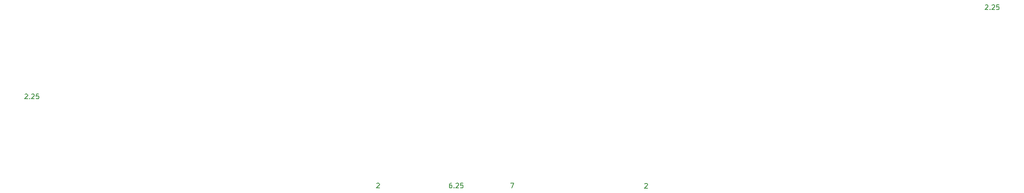
<source format=gbr>
%TF.GenerationSoftware,KiCad,Pcbnew,8.0.5-dirty*%
%TF.CreationDate,2024-10-05T08:47:05+05:30*%
%TF.ProjectId,kalam,6b616c61-6d2e-46b6-9963-61645f706362,rev?*%
%TF.SameCoordinates,Original*%
%TF.FileFunction,Other,Comment*%
%FSLAX46Y46*%
G04 Gerber Fmt 4.6, Leading zero omitted, Abs format (unit mm)*
G04 Created by KiCad (PCBNEW 8.0.5-dirty) date 2024-10-05 08:47:05*
%MOMM*%
%LPD*%
G01*
G04 APERTURE LIST*
%ADD10C,0.150000*%
G04 APERTURE END LIST*
D10*
X32754260Y-51846235D02*
X32801879Y-51798616D01*
X32801879Y-51798616D02*
X32897117Y-51750997D01*
X32897117Y-51750997D02*
X33135212Y-51750997D01*
X33135212Y-51750997D02*
X33230450Y-51798616D01*
X33230450Y-51798616D02*
X33278069Y-51846235D01*
X33278069Y-51846235D02*
X33325688Y-51941473D01*
X33325688Y-51941473D02*
X33325688Y-52036711D01*
X33325688Y-52036711D02*
X33278069Y-52179568D01*
X33278069Y-52179568D02*
X32706641Y-52750997D01*
X32706641Y-52750997D02*
X33325688Y-52750997D01*
X33754260Y-52655758D02*
X33801879Y-52703378D01*
X33801879Y-52703378D02*
X33754260Y-52750997D01*
X33754260Y-52750997D02*
X33706641Y-52703378D01*
X33706641Y-52703378D02*
X33754260Y-52655758D01*
X33754260Y-52655758D02*
X33754260Y-52750997D01*
X34182831Y-51846235D02*
X34230450Y-51798616D01*
X34230450Y-51798616D02*
X34325688Y-51750997D01*
X34325688Y-51750997D02*
X34563783Y-51750997D01*
X34563783Y-51750997D02*
X34659021Y-51798616D01*
X34659021Y-51798616D02*
X34706640Y-51846235D01*
X34706640Y-51846235D02*
X34754259Y-51941473D01*
X34754259Y-51941473D02*
X34754259Y-52036711D01*
X34754259Y-52036711D02*
X34706640Y-52179568D01*
X34706640Y-52179568D02*
X34135212Y-52750997D01*
X34135212Y-52750997D02*
X34754259Y-52750997D01*
X35659021Y-51750997D02*
X35182831Y-51750997D01*
X35182831Y-51750997D02*
X35135212Y-52227187D01*
X35135212Y-52227187D02*
X35182831Y-52179568D01*
X35182831Y-52179568D02*
X35278069Y-52131949D01*
X35278069Y-52131949D02*
X35516164Y-52131949D01*
X35516164Y-52131949D02*
X35611402Y-52179568D01*
X35611402Y-52179568D02*
X35659021Y-52227187D01*
X35659021Y-52227187D02*
X35706640Y-52322425D01*
X35706640Y-52322425D02*
X35706640Y-52560520D01*
X35706640Y-52560520D02*
X35659021Y-52655758D01*
X35659021Y-52655758D02*
X35611402Y-52703378D01*
X35611402Y-52703378D02*
X35516164Y-52750997D01*
X35516164Y-52750997D02*
X35278069Y-52750997D01*
X35278069Y-52750997D02*
X35182831Y-52703378D01*
X35182831Y-52703378D02*
X35135212Y-52655758D01*
X107763424Y-70896219D02*
X107811043Y-70848600D01*
X107811043Y-70848600D02*
X107906281Y-70800981D01*
X107906281Y-70800981D02*
X108144376Y-70800981D01*
X108144376Y-70800981D02*
X108239614Y-70848600D01*
X108239614Y-70848600D02*
X108287233Y-70896219D01*
X108287233Y-70896219D02*
X108334852Y-70991457D01*
X108334852Y-70991457D02*
X108334852Y-71086695D01*
X108334852Y-71086695D02*
X108287233Y-71229552D01*
X108287233Y-71229552D02*
X107715805Y-71800981D01*
X107715805Y-71800981D02*
X108334852Y-71800981D01*
X123717874Y-70800981D02*
X123527398Y-70800981D01*
X123527398Y-70800981D02*
X123432160Y-70848600D01*
X123432160Y-70848600D02*
X123384541Y-70896219D01*
X123384541Y-70896219D02*
X123289303Y-71039076D01*
X123289303Y-71039076D02*
X123241684Y-71229552D01*
X123241684Y-71229552D02*
X123241684Y-71610504D01*
X123241684Y-71610504D02*
X123289303Y-71705742D01*
X123289303Y-71705742D02*
X123336922Y-71753362D01*
X123336922Y-71753362D02*
X123432160Y-71800981D01*
X123432160Y-71800981D02*
X123622636Y-71800981D01*
X123622636Y-71800981D02*
X123717874Y-71753362D01*
X123717874Y-71753362D02*
X123765493Y-71705742D01*
X123765493Y-71705742D02*
X123813112Y-71610504D01*
X123813112Y-71610504D02*
X123813112Y-71372409D01*
X123813112Y-71372409D02*
X123765493Y-71277171D01*
X123765493Y-71277171D02*
X123717874Y-71229552D01*
X123717874Y-71229552D02*
X123622636Y-71181933D01*
X123622636Y-71181933D02*
X123432160Y-71181933D01*
X123432160Y-71181933D02*
X123336922Y-71229552D01*
X123336922Y-71229552D02*
X123289303Y-71277171D01*
X123289303Y-71277171D02*
X123241684Y-71372409D01*
X124241684Y-71705742D02*
X124289303Y-71753362D01*
X124289303Y-71753362D02*
X124241684Y-71800981D01*
X124241684Y-71800981D02*
X124194065Y-71753362D01*
X124194065Y-71753362D02*
X124241684Y-71705742D01*
X124241684Y-71705742D02*
X124241684Y-71800981D01*
X124670255Y-70896219D02*
X124717874Y-70848600D01*
X124717874Y-70848600D02*
X124813112Y-70800981D01*
X124813112Y-70800981D02*
X125051207Y-70800981D01*
X125051207Y-70800981D02*
X125146445Y-70848600D01*
X125146445Y-70848600D02*
X125194064Y-70896219D01*
X125194064Y-70896219D02*
X125241683Y-70991457D01*
X125241683Y-70991457D02*
X125241683Y-71086695D01*
X125241683Y-71086695D02*
X125194064Y-71229552D01*
X125194064Y-71229552D02*
X124622636Y-71800981D01*
X124622636Y-71800981D02*
X125241683Y-71800981D01*
X126146445Y-70800981D02*
X125670255Y-70800981D01*
X125670255Y-70800981D02*
X125622636Y-71277171D01*
X125622636Y-71277171D02*
X125670255Y-71229552D01*
X125670255Y-71229552D02*
X125765493Y-71181933D01*
X125765493Y-71181933D02*
X126003588Y-71181933D01*
X126003588Y-71181933D02*
X126098826Y-71229552D01*
X126098826Y-71229552D02*
X126146445Y-71277171D01*
X126146445Y-71277171D02*
X126194064Y-71372409D01*
X126194064Y-71372409D02*
X126194064Y-71610504D01*
X126194064Y-71610504D02*
X126146445Y-71705742D01*
X126146445Y-71705742D02*
X126098826Y-71753362D01*
X126098826Y-71753362D02*
X126003588Y-71800981D01*
X126003588Y-71800981D02*
X125765493Y-71800981D01*
X125765493Y-71800981D02*
X125670255Y-71753362D01*
X125670255Y-71753362D02*
X125622636Y-71705742D01*
X136290781Y-70800981D02*
X136957447Y-70800981D01*
X136957447Y-70800981D02*
X136528876Y-71800981D01*
X164913376Y-70932857D02*
X164960995Y-70885238D01*
X164960995Y-70885238D02*
X165056233Y-70837619D01*
X165056233Y-70837619D02*
X165294328Y-70837619D01*
X165294328Y-70837619D02*
X165389566Y-70885238D01*
X165389566Y-70885238D02*
X165437185Y-70932857D01*
X165437185Y-70932857D02*
X165484804Y-71028095D01*
X165484804Y-71028095D02*
X165484804Y-71123333D01*
X165484804Y-71123333D02*
X165437185Y-71266190D01*
X165437185Y-71266190D02*
X164865757Y-71837619D01*
X164865757Y-71837619D02*
X165484804Y-71837619D01*
X237541624Y-32796251D02*
X237589243Y-32748632D01*
X237589243Y-32748632D02*
X237684481Y-32701013D01*
X237684481Y-32701013D02*
X237922576Y-32701013D01*
X237922576Y-32701013D02*
X238017814Y-32748632D01*
X238017814Y-32748632D02*
X238065433Y-32796251D01*
X238065433Y-32796251D02*
X238113052Y-32891489D01*
X238113052Y-32891489D02*
X238113052Y-32986727D01*
X238113052Y-32986727D02*
X238065433Y-33129584D01*
X238065433Y-33129584D02*
X237494005Y-33701013D01*
X237494005Y-33701013D02*
X238113052Y-33701013D01*
X238541624Y-33605774D02*
X238589243Y-33653394D01*
X238589243Y-33653394D02*
X238541624Y-33701013D01*
X238541624Y-33701013D02*
X238494005Y-33653394D01*
X238494005Y-33653394D02*
X238541624Y-33605774D01*
X238541624Y-33605774D02*
X238541624Y-33701013D01*
X238970195Y-32796251D02*
X239017814Y-32748632D01*
X239017814Y-32748632D02*
X239113052Y-32701013D01*
X239113052Y-32701013D02*
X239351147Y-32701013D01*
X239351147Y-32701013D02*
X239446385Y-32748632D01*
X239446385Y-32748632D02*
X239494004Y-32796251D01*
X239494004Y-32796251D02*
X239541623Y-32891489D01*
X239541623Y-32891489D02*
X239541623Y-32986727D01*
X239541623Y-32986727D02*
X239494004Y-33129584D01*
X239494004Y-33129584D02*
X238922576Y-33701013D01*
X238922576Y-33701013D02*
X239541623Y-33701013D01*
X240446385Y-32701013D02*
X239970195Y-32701013D01*
X239970195Y-32701013D02*
X239922576Y-33177203D01*
X239922576Y-33177203D02*
X239970195Y-33129584D01*
X239970195Y-33129584D02*
X240065433Y-33081965D01*
X240065433Y-33081965D02*
X240303528Y-33081965D01*
X240303528Y-33081965D02*
X240398766Y-33129584D01*
X240398766Y-33129584D02*
X240446385Y-33177203D01*
X240446385Y-33177203D02*
X240494004Y-33272441D01*
X240494004Y-33272441D02*
X240494004Y-33510536D01*
X240494004Y-33510536D02*
X240446385Y-33605774D01*
X240446385Y-33605774D02*
X240398766Y-33653394D01*
X240398766Y-33653394D02*
X240303528Y-33701013D01*
X240303528Y-33701013D02*
X240065433Y-33701013D01*
X240065433Y-33701013D02*
X239970195Y-33653394D01*
X239970195Y-33653394D02*
X239922576Y-33605774D01*
M02*

</source>
